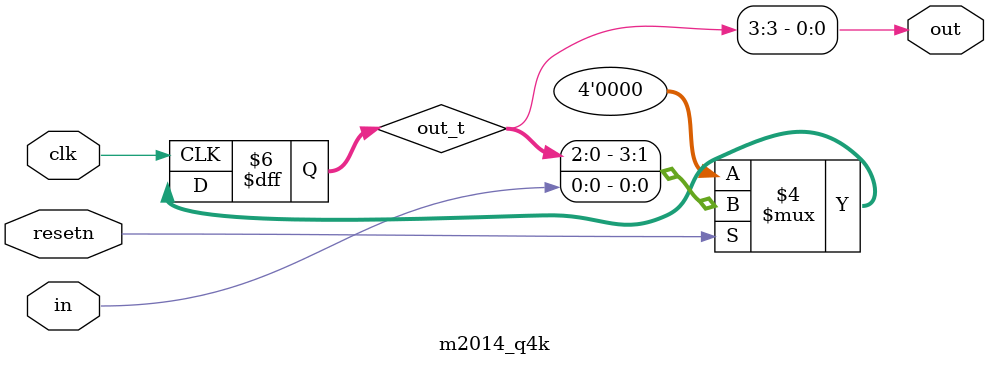
<source format=v>
module m2014_q4k (
    input  clk   ,
    input  resetn, // synchronous reset
    input  in    ,
    output out
);
    reg [3:0] out_t;
    always @(posedge clk  ) begin
        if (resetn == 1'b0)
            out_t <= 4'h0;
        else
            out_t <= {out_t[2:0],in};
    end

    assign out = out_t[3];

endmodule

</source>
